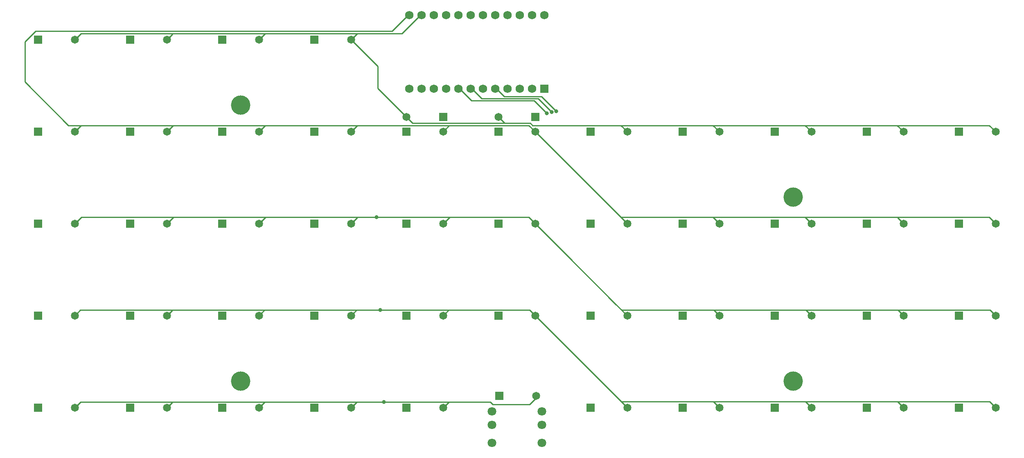
<source format=gtl>
G04 #@! TF.GenerationSoftware,KiCad,Pcbnew,(5.1.10)-1*
G04 #@! TF.CreationDate,2021-10-22T01:42:52-05:00*
G04 #@! TF.ProjectId,DTM,44544d2e-6b69-4636-9164-5f7063625858,rev?*
G04 #@! TF.SameCoordinates,Original*
G04 #@! TF.FileFunction,Copper,L1,Top*
G04 #@! TF.FilePolarity,Positive*
%FSLAX46Y46*%
G04 Gerber Fmt 4.6, Leading zero omitted, Abs format (unit mm)*
G04 Created by KiCad (PCBNEW (5.1.10)-1) date 2021-10-22 01:42:52*
%MOMM*%
%LPD*%
G01*
G04 APERTURE LIST*
G04 #@! TA.AperFunction,ComponentPad*
%ADD10C,4.000000*%
G04 #@! TD*
G04 #@! TA.AperFunction,ComponentPad*
%ADD11R,1.651000X1.651000*%
G04 #@! TD*
G04 #@! TA.AperFunction,ComponentPad*
%ADD12C,1.651000*%
G04 #@! TD*
G04 #@! TA.AperFunction,ComponentPad*
%ADD13C,1.800000*%
G04 #@! TD*
G04 #@! TA.AperFunction,ComponentPad*
%ADD14C,1.752600*%
G04 #@! TD*
G04 #@! TA.AperFunction,ComponentPad*
%ADD15R,1.752600X1.752600*%
G04 #@! TD*
G04 #@! TA.AperFunction,ViaPad*
%ADD16C,0.800000*%
G04 #@! TD*
G04 #@! TA.AperFunction,Conductor*
%ADD17C,0.250000*%
G04 #@! TD*
G04 APERTURE END LIST*
D10*
X88100000Y-59525000D03*
X202400000Y-116675000D03*
X88100000Y-116675000D03*
X202400000Y-78575000D03*
D11*
X236690000Y-122200000D03*
D12*
X244310000Y-122200000D03*
D11*
X236690000Y-103150000D03*
D12*
X244310000Y-103150000D03*
D11*
X236690000Y-84100000D03*
D12*
X244310000Y-84100000D03*
D11*
X236690000Y-65050000D03*
D12*
X244310000Y-65050000D03*
D11*
X217640000Y-122200000D03*
D12*
X225260000Y-122200000D03*
D11*
X217640000Y-103150000D03*
D12*
X225260000Y-103150000D03*
D11*
X217640000Y-84100000D03*
D12*
X225260000Y-84100000D03*
D11*
X217640000Y-65050000D03*
D12*
X225260000Y-65050000D03*
D11*
X198590000Y-122200000D03*
D12*
X206210000Y-122200000D03*
D11*
X198590000Y-103150000D03*
D12*
X206210000Y-103150000D03*
D11*
X198590000Y-84100000D03*
D12*
X206210000Y-84100000D03*
D11*
X198590000Y-65050000D03*
D12*
X206210000Y-65050000D03*
D11*
X179540000Y-122200000D03*
D12*
X187160000Y-122200000D03*
D11*
X179540000Y-103150000D03*
D12*
X187160000Y-103150000D03*
D11*
X179540000Y-84100000D03*
D12*
X187160000Y-84100000D03*
D11*
X179540000Y-65050000D03*
D12*
X187160000Y-65050000D03*
D11*
X160490000Y-122200000D03*
D12*
X168110000Y-122200000D03*
D11*
X160490000Y-103150000D03*
D12*
X168110000Y-103150000D03*
D11*
X160490000Y-84100000D03*
D12*
X168110000Y-84100000D03*
D11*
X160490000Y-65050000D03*
D12*
X168110000Y-65050000D03*
D11*
X141600000Y-119750000D03*
D12*
X149220000Y-119750000D03*
D11*
X141440000Y-103150000D03*
D12*
X149060000Y-103150000D03*
D11*
X141440000Y-84100000D03*
D12*
X149060000Y-84100000D03*
D11*
X141440000Y-65050000D03*
D12*
X149060000Y-65050000D03*
D11*
X149060000Y-62000000D03*
D12*
X141440000Y-62000000D03*
D11*
X122390000Y-122200000D03*
D12*
X130010000Y-122200000D03*
D11*
X122390000Y-103150000D03*
D12*
X130010000Y-103150000D03*
D11*
X122390000Y-84100000D03*
D12*
X130010000Y-84100000D03*
D11*
X122390000Y-65050000D03*
D12*
X130010000Y-65050000D03*
D11*
X130010000Y-62000000D03*
D12*
X122390000Y-62000000D03*
D11*
X103340000Y-122200000D03*
D12*
X110960000Y-122200000D03*
D11*
X103340000Y-103150000D03*
D12*
X110960000Y-103150000D03*
D11*
X103340000Y-84100000D03*
D12*
X110960000Y-84100000D03*
D11*
X103340000Y-65050000D03*
D12*
X110960000Y-65050000D03*
D11*
X103340000Y-46000000D03*
D12*
X110960000Y-46000000D03*
D11*
X84290000Y-122200000D03*
D12*
X91910000Y-122200000D03*
D11*
X84290000Y-103150000D03*
D12*
X91910000Y-103150000D03*
D11*
X84290000Y-84100000D03*
D12*
X91910000Y-84100000D03*
D11*
X84290000Y-65050000D03*
D12*
X91910000Y-65050000D03*
D11*
X84290000Y-46000000D03*
D12*
X91910000Y-46000000D03*
D11*
X65240000Y-122200000D03*
D12*
X72860000Y-122200000D03*
D11*
X65240000Y-103150000D03*
D12*
X72860000Y-103150000D03*
D11*
X65240000Y-84100000D03*
D12*
X72860000Y-84100000D03*
D11*
X65240000Y-65050000D03*
D12*
X72860000Y-65050000D03*
D11*
X65240000Y-46000000D03*
D12*
X72860000Y-46000000D03*
D11*
X46190000Y-122200000D03*
D12*
X53810000Y-122200000D03*
D11*
X46190000Y-103150000D03*
D12*
X53810000Y-103150000D03*
D11*
X46190000Y-84100000D03*
D12*
X53810000Y-84100000D03*
D11*
X46190000Y-65050000D03*
D12*
X53810000Y-65050000D03*
D11*
X46190000Y-46000000D03*
D12*
X53810000Y-46000000D03*
D13*
X140100000Y-125750000D03*
X150400000Y-125750000D03*
X150400000Y-129450000D03*
X150400000Y-122950000D03*
X140100000Y-129450000D03*
X140100000Y-122950000D03*
D14*
X150920000Y-40880000D03*
X122980000Y-56120000D03*
X148380000Y-40880000D03*
X145840000Y-40880000D03*
X143300000Y-40880000D03*
X140760000Y-40880000D03*
X138220000Y-40880000D03*
X135680000Y-40880000D03*
X133140000Y-40880000D03*
X130600000Y-40880000D03*
X128060000Y-40880000D03*
X125520000Y-40880000D03*
X122980000Y-40880000D03*
X125520000Y-56120000D03*
X128060000Y-56120000D03*
X130600000Y-56120000D03*
X133140000Y-56120000D03*
X135680000Y-56120000D03*
X138220000Y-56120000D03*
X140760000Y-56120000D03*
X143300000Y-56120000D03*
X145840000Y-56120000D03*
X148380000Y-56120000D03*
D15*
X150920000Y-56120000D03*
D16*
X116250000Y-82750000D03*
X116999499Y-101999499D03*
X117750000Y-121000000D03*
X153419135Y-60830865D03*
X151467462Y-61258678D03*
X152433697Y-61000970D03*
D17*
X110500000Y-46460000D02*
X110960000Y-46000000D01*
X140140011Y-63299989D02*
X123689989Y-63299989D01*
X123689989Y-63299989D02*
X122390000Y-62000000D01*
X110960000Y-46000000D02*
X111500000Y-46000000D01*
X121440000Y-44750000D02*
X125520000Y-40670000D01*
X53810000Y-46000000D02*
X55060000Y-44750000D01*
X112210000Y-44750000D02*
X112500000Y-44750000D01*
X110960000Y-46000000D02*
X112210000Y-44750000D01*
X112500000Y-44750000D02*
X121440000Y-44750000D01*
X93160000Y-44750000D02*
X93250000Y-44750000D01*
X91910000Y-46000000D02*
X93160000Y-44750000D01*
X72860000Y-46000000D02*
X74000000Y-44860000D01*
X74000000Y-44860000D02*
X74000000Y-44750000D01*
X74000000Y-44750000D02*
X112500000Y-44750000D01*
X55060000Y-44750000D02*
X74000000Y-44750000D01*
X142739989Y-63299989D02*
X142799989Y-63299989D01*
X141440000Y-62000000D02*
X142739989Y-63299989D01*
X140140011Y-63299989D02*
X142799989Y-63299989D01*
X223960000Y-63750000D02*
X223750000Y-63750000D01*
X225260000Y-65050000D02*
X223960000Y-63750000D01*
X243010000Y-63750000D02*
X244310000Y-65050000D01*
X148049989Y-63299989D02*
X148500000Y-63750000D01*
X142799989Y-63299989D02*
X148049989Y-63299989D01*
X166810000Y-63750000D02*
X166750000Y-63750000D01*
X168110000Y-65050000D02*
X166810000Y-63750000D01*
X185860000Y-63750000D02*
X185750000Y-63750000D01*
X187160000Y-65050000D02*
X185860000Y-63750000D01*
X204910000Y-63750000D02*
X204500000Y-63750000D01*
X206210000Y-65050000D02*
X204910000Y-63750000D01*
X204500000Y-63750000D02*
X243010000Y-63750000D01*
X148500000Y-63750000D02*
X204500000Y-63750000D01*
X116500000Y-56110000D02*
X122390000Y-62000000D01*
X116500000Y-51500000D02*
X116500000Y-56110000D01*
X111000000Y-46000000D02*
X116500000Y-51500000D01*
X110960000Y-46000000D02*
X111000000Y-46000000D01*
X147760000Y-63750000D02*
X149060000Y-65050000D01*
X74160000Y-63750000D02*
X74250000Y-63750000D01*
X72860000Y-65050000D02*
X74160000Y-63750000D01*
X93210000Y-63750000D02*
X93750000Y-63750000D01*
X91910000Y-65050000D02*
X93210000Y-63750000D01*
X74250000Y-63750000D02*
X93750000Y-63750000D01*
X112260000Y-63750000D02*
X112500000Y-63750000D01*
X110960000Y-65050000D02*
X112260000Y-63750000D01*
X93750000Y-63750000D02*
X112500000Y-63750000D01*
X149060000Y-65050000D02*
X168110000Y-84100000D01*
X166505000Y-82495000D02*
X166517500Y-82507500D01*
X242960000Y-82750000D02*
X244310000Y-84100000D01*
X166755000Y-82745000D02*
X166760000Y-82750000D01*
X224000000Y-82840000D02*
X224000000Y-82750000D01*
X225260000Y-84100000D02*
X224000000Y-82840000D01*
X224000000Y-82750000D02*
X242960000Y-82750000D01*
X204860000Y-82750000D02*
X204750000Y-82750000D01*
X206210000Y-84100000D02*
X204860000Y-82750000D01*
X204750000Y-82750000D02*
X224000000Y-82750000D01*
X185810000Y-82750000D02*
X185250000Y-82750000D01*
X187160000Y-84100000D02*
X185810000Y-82750000D01*
X185250000Y-82750000D02*
X204750000Y-82750000D01*
X166760000Y-82750000D02*
X185250000Y-82750000D01*
X43500000Y-46453998D02*
X45703998Y-44250000D01*
X43500000Y-54740000D02*
X43500000Y-46453998D01*
X119400000Y-44250000D02*
X122980000Y-40670000D01*
X52510000Y-63750000D02*
X43500000Y-54740000D01*
X45703998Y-44250000D02*
X119400000Y-44250000D01*
X55110000Y-63750000D02*
X55250000Y-63750000D01*
X53810000Y-65050000D02*
X55110000Y-63750000D01*
X55250000Y-63750000D02*
X52510000Y-63750000D01*
X74250000Y-63750000D02*
X55250000Y-63750000D01*
X131250000Y-63810000D02*
X131250000Y-63750000D01*
X130010000Y-65050000D02*
X131250000Y-63810000D01*
X131250000Y-63750000D02*
X147760000Y-63750000D01*
X112500000Y-63750000D02*
X131250000Y-63750000D01*
X149060000Y-84100000D02*
X155525000Y-90565000D01*
X155525000Y-90565000D02*
X165530000Y-100570000D01*
X147710000Y-82750000D02*
X149060000Y-84100000D01*
X53810000Y-84100000D02*
X55160000Y-82750000D01*
X72860000Y-84100000D02*
X74210000Y-82750000D01*
X74210000Y-82750000D02*
X74250000Y-82750000D01*
X55160000Y-82750000D02*
X74250000Y-82750000D01*
X93250000Y-82760000D02*
X93250000Y-82750000D01*
X91910000Y-84100000D02*
X93250000Y-82760000D01*
X74250000Y-82750000D02*
X93250000Y-82750000D01*
X112250000Y-82810000D02*
X112250000Y-82750000D01*
X110960000Y-84100000D02*
X112250000Y-82810000D01*
X93250000Y-82750000D02*
X112250000Y-82750000D01*
X130010000Y-84100000D02*
X131360000Y-82750000D01*
X131360000Y-82750000D02*
X131750000Y-82750000D01*
X131750000Y-82750000D02*
X147710000Y-82750000D01*
X112250000Y-82750000D02*
X131750000Y-82750000D01*
X165530000Y-100570000D02*
X168110000Y-103150000D01*
X166960000Y-102000000D02*
X165530000Y-100570000D01*
X180625501Y-101999499D02*
X178454499Y-101999499D01*
X178453998Y-102000000D02*
X166960000Y-102000000D01*
X180626002Y-102000000D02*
X180625501Y-101999499D01*
X178454499Y-101999499D02*
X178453998Y-102000000D01*
X182925000Y-102000000D02*
X180626002Y-102000000D01*
X243159499Y-101999499D02*
X244310000Y-103150000D01*
X182925501Y-101999499D02*
X243159499Y-101999499D01*
X182925000Y-102000000D02*
X182925501Y-101999499D01*
X186009499Y-101999499D02*
X185999499Y-101999499D01*
X187160000Y-103150000D02*
X186009499Y-101999499D01*
X205059499Y-101999499D02*
X205000501Y-101999499D01*
X206210000Y-103150000D02*
X205059499Y-101999499D01*
X224109499Y-101999499D02*
X223999499Y-101999499D01*
X225260000Y-103150000D02*
X224109499Y-101999499D01*
X243159499Y-101999499D02*
X242999499Y-101999499D01*
X243030000Y-120920000D02*
X244310000Y-122200000D01*
X149060000Y-103150000D02*
X166830000Y-120920000D01*
X166830000Y-120920000D02*
X168110000Y-122200000D01*
X223980000Y-120920000D02*
X223670000Y-120920000D01*
X225260000Y-122200000D02*
X223980000Y-120920000D01*
X223670000Y-120920000D02*
X243030000Y-120920000D01*
X204930000Y-120920000D02*
X204920000Y-120920000D01*
X206210000Y-122200000D02*
X204930000Y-120920000D01*
X204920000Y-120920000D02*
X223670000Y-120920000D01*
X185880000Y-120920000D02*
X185670000Y-120920000D01*
X187160000Y-122200000D02*
X185880000Y-120920000D01*
X185670000Y-120920000D02*
X204920000Y-120920000D01*
X166830000Y-120920000D02*
X185670000Y-120920000D01*
X54960000Y-102000000D02*
X53810000Y-103150000D01*
X64153998Y-102000000D02*
X54960000Y-102000000D01*
X64154499Y-101999499D02*
X64153998Y-102000000D01*
X147909499Y-101999499D02*
X64154499Y-101999499D01*
X149060000Y-103150000D02*
X147909499Y-101999499D01*
X131160501Y-101999499D02*
X131249499Y-101999499D01*
X130010000Y-103150000D02*
X131160501Y-101999499D01*
X112110501Y-101999499D02*
X112499499Y-101999499D01*
X110960000Y-103150000D02*
X112110501Y-101999499D01*
X93060501Y-101999499D02*
X93250501Y-101999499D01*
X91910000Y-103150000D02*
X93060501Y-101999499D01*
X74000501Y-102009499D02*
X74000501Y-101999499D01*
X72860000Y-103150000D02*
X74000501Y-102009499D01*
X72860000Y-122200000D02*
X73310000Y-121750000D01*
X53810000Y-122200000D02*
X55010000Y-121000000D01*
X112160000Y-121000000D02*
X110960000Y-122200000D01*
X112500000Y-121000000D02*
X112160000Y-121000000D01*
X93250000Y-121000000D02*
X93125000Y-121000000D01*
X93110000Y-121000000D02*
X93250000Y-121000000D01*
X91910000Y-122200000D02*
X93110000Y-121000000D01*
X74000000Y-121060000D02*
X74000000Y-121000000D01*
X72860000Y-122200000D02*
X74000000Y-121060000D01*
X55010000Y-121000000D02*
X74000000Y-121000000D01*
X147870000Y-121500000D02*
X149220000Y-120150000D01*
X140250000Y-121500000D02*
X147870000Y-121500000D01*
X139750000Y-121000000D02*
X140250000Y-121500000D01*
X131210000Y-121000000D02*
X131500000Y-121000000D01*
X130010000Y-122200000D02*
X131210000Y-121000000D01*
X131500000Y-121000000D02*
X139750000Y-121000000D01*
X74000000Y-121000000D02*
X131500000Y-121000000D01*
X150338270Y-57750000D02*
X153419135Y-60830865D01*
X142600000Y-57750000D02*
X150338270Y-57750000D01*
X140760000Y-55910000D02*
X142600000Y-57750000D01*
X148858806Y-58650022D02*
X151467462Y-61258678D01*
X135880022Y-58650022D02*
X148858806Y-58650022D01*
X133140000Y-55910000D02*
X135880022Y-58650022D01*
X137970011Y-58200011D02*
X149632738Y-58200011D01*
X135680000Y-55910000D02*
X137970011Y-58200011D01*
X149632738Y-58200011D02*
X152433697Y-61000970D01*
M02*

</source>
